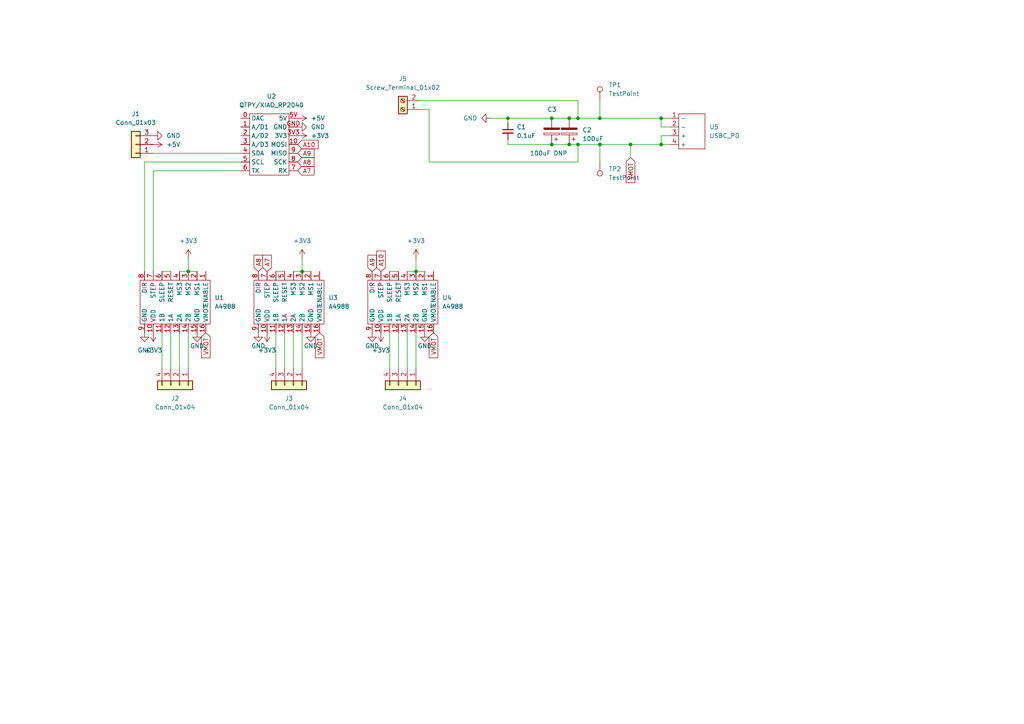
<source format=kicad_sch>
(kicad_sch (version 20211123) (generator eeschema)
  (paper "A4")
  (lib_symbols
    (symbol "Connector:Screw_Terminal_01x02" (pin_names (offset 1.016) hide)
      (property "Reference" "J" (at 0 2.54 0))
      (property "Value" "Screw_Terminal_01x02" (at 0 -5.08 0))
      (symbol "Screw_Terminal_01x02_1_1"
        (rectangle (start -1.27 1.27) (end 1.27 -3.81) (stroke (width 0.254)) (fill (type background)))
        (circle (center 0 -2.54) (radius 0.635) (stroke (width 0.1524)))
        (polyline (pts (xy -0.5334 -2.2098) (xy 0.3302 -3.048)) (stroke (width 0.1524)))
        (polyline (pts (xy -0.5334 0.3302) (xy 0.3302 -0.508)) (stroke (width 0.1524)))
        (polyline (pts (xy -0.3556 -2.032) (xy 0.508 -2.8702)) (stroke (width 0.1524)))
        (polyline (pts (xy -0.3556 0.508) (xy 0.508 -0.3302)) (stroke (width 0.1524)))
        (circle (center 0 0) (radius 0.635) (stroke (width 0.1524)))
        (pin passive line (at -5.08 0 0) (length 3.81) (name "Pin_1") (number "1"))
        (pin passive line (at -5.08 -2.54 0) (length 3.81) (name "Pin_2") (number "2"))
      )
    )
    (symbol "Connector:TestPoint" (pin_numbers hide) (pin_names (offset 0.762) hide)
      (property "Reference" "TP" (at 0 6.858 0))
      (property "Value" "TestPoint" (at 0 5.08 0))
      (symbol "TestPoint_0_1"
        (circle (center 0 3.302) (radius 0.762))
      )
      (symbol "TestPoint_1_1"
        (pin passive line (at 0 0 90) (length 2.54) (name "1") (number "1"))
      )
    )
    (symbol "Connector_Generic:Conn_01x03" (pin_names (offset 1.016) hide)
      (property "Reference" "J" (at 0 5.08 0))
      (property "Value" "Conn_01x03" (at 0 -5.08 0))
      (symbol "Conn_01x03_1_1"
        (rectangle (start -1.27 -2.413) (end 0 -2.667) (stroke (width 0.1524)))
        (rectangle (start -1.27 0.127) (end 0 -0.127) (stroke (width 0.1524)))
        (rectangle (start -1.27 2.667) (end 0 2.413) (stroke (width 0.1524)))
        (rectangle (start -1.27 3.81) (end 1.27 -3.81) (stroke (width 0.254)) (fill (type background)))
        (pin passive line (at -5.08 2.54 0) (length 3.81) (name "Pin_1") (number "1"))
        (pin passive line (at -5.08 0 0) (length 3.81) (name "Pin_2") (number "2"))
        (pin passive line (at -5.08 -2.54 0) (length 3.81) (name "Pin_3") (number "3"))
      )
    )
    (symbol "Connector_Generic:Conn_01x04" (pin_names (offset 1.016) hide)
      (property "Reference" "J" (at 0 5.08 0))
      (property "Value" "Conn_01x04" (at 0 -7.62 0))
      (symbol "Conn_01x04_1_1"
        (rectangle (start -1.27 -4.953) (end 0 -5.207) (stroke (width 0.1524)))
        (rectangle (start -1.27 -2.413) (end 0 -2.667) (stroke (width 0.1524)))
        (rectangle (start -1.27 0.127) (end 0 -0.127) (stroke (width 0.1524)))
        (rectangle (start -1.27 2.667) (end 0 2.413) (stroke (width 0.1524)))
        (rectangle (start -1.27 3.81) (end 1.27 -6.35) (stroke (width 0.254)) (fill (type background)))
        (pin passive line (at -5.08 2.54 0) (length 3.81) (name "Pin_1") (number "1"))
        (pin passive line (at -5.08 0 0) (length 3.81) (name "Pin_2") (number "2"))
        (pin passive line (at -5.08 -2.54 0) (length 3.81) (name "Pin_3") (number "3"))
        (pin passive line (at -5.08 -5.08 0) (length 3.81) (name "Pin_4") (number "4"))
      )
    )
    (symbol "Device:C_Polarized" (pin_numbers hide) (pin_names (offset 0.254))
      (property "Reference" "C" (at 0.635 2.54 0))
      (property "Value" "C_Polarized" (at 0.635 -2.54 0))
      (symbol "C_Polarized_0_1"
        (rectangle (start -2.286 0.508) (end 2.286 1.016))
        (polyline (pts (xy -1.778 2.286) (xy -0.762 2.286)))
        (polyline (pts (xy -1.27 2.794) (xy -1.27 1.778)))
        (rectangle (start 2.286 -0.508) (end -2.286 -1.016) (fill (type outline)))
      )
      (symbol "C_Polarized_1_1"
        (pin passive line (at 0 3.81 270) (length 2.794) (name "~") (number "1"))
        (pin passive line (at 0 -3.81 90) (length 2.794) (name "~") (number "2"))
      )
    )
    (symbol "Device:C_Small" (pin_numbers hide) (pin_names (offset 0.254) hide)
      (property "Reference" "C" (at 0.254 1.778 0))
      (property "Value" "C_Small" (at 0.254 -2.032 0))
      (symbol "C_Small_0_1"
        (polyline (pts (xy -1.524 -0.508) (xy 1.524 -0.508)) (stroke (width 0.3302)))
        (polyline (pts (xy -1.524 0.508) (xy 1.524 0.508)) (stroke (width 0.3048)))
      )
      (symbol "C_Small_1_1"
        (pin passive line (at 0 2.54 270) (length 2.032) (name "~") (number "1"))
        (pin passive line (at 0 -2.54 90) (length 2.032) (name "~") (number "2"))
      )
    )
    (symbol "haxidraw:A4988"
      (property "Reference" "U" (at 0 2.54 0))
      (property "Value" "A4988" (at 0 0 0))
      (symbol "A4988_0_1"
        (rectangle (start -6.35 -1.27) (end 6.35 -21.59))
      )
      (symbol "A4988_1_1"
        (pin input line (at -8.89 -2.54 0) (length 2.54) (name "ENABLE") (number "1"))
        (pin input line (at 8.89 -17.78 180) (length 2.54) (name "VDD") (number "10"))
        (pin input line (at 8.89 -15.24 180) (length 2.54) (name "1B") (number "11"))
        (pin input line (at 8.89 -12.7 180) (length 2.54) (name "1A") (number "12"))
        (pin input line (at 8.89 -10.16 180) (length 2.54) (name "2A") (number "13"))
        (pin input line (at 8.89 -7.62 180) (length 2.54) (name "2B") (number "14"))
        (pin input line (at 8.89 -5.08 180) (length 2.54) (name "GND") (number "15"))
        (pin input line (at 8.89 -2.54 180) (length 2.54) (name "VMOT") (number "16"))
        (pin input line (at -8.89 -5.08 0) (length 2.54) (name "MS1") (number "2"))
        (pin input line (at -8.89 -7.62 0) (length 2.54) (name "MS2") (number "3"))
        (pin input line (at -8.89 -10.16 0) (length 2.54) (name "MS3") (number "4"))
        (pin input line (at -8.89 -12.7 0) (length 2.54) (name "RESET") (number "5"))
        (pin input line (at -8.89 -15.24 0) (length 2.54) (name "SLEEP") (number "6"))
        (pin input line (at -8.89 -17.78 0) (length 2.54) (name "STEP") (number "7"))
        (pin input line (at -8.89 -20.32 0) (length 2.54) (name "DIR") (number "8"))
        (pin input line (at 8.89 -20.32 180) (length 2.54) (name "GND") (number "9"))
      )
    )
    (symbol "haxidraw:QTPY{slash}XIAO_RP2040"
      (property "Reference" "U" (at 0 2.54 0))
      (property "Value" "QTPY{slash}XIAO_RP2040" (at 0 0 0))
      (symbol "QTPY{slash}XIAO_RP2040_0_1"
        (rectangle (start -6.35 -1.27) (end 5.08 -19.05))
      )
      (symbol "QTPY{slash}XIAO_RP2040_1_1"
        (pin input line (at -8.89 -2.54 0) (length 2.54) (name "DAC") (number "0"))
        (pin input line (at -8.89 -5.08 0) (length 2.54) (name "A/D1") (number "1"))
        (pin input line (at 7.62 -10.16 180) (length 2.54) (name "MOSI") (number "10"))
        (pin input line (at -8.89 -7.62 0) (length 2.54) (name "A/D2") (number "2"))
        (pin input line (at -8.89 -10.16 0) (length 2.54) (name "A/D3") (number "3"))
        (pin input line (at 7.62 -7.62 180) (length 2.54) (name "3V3") (number "3V3"))
        (pin input line (at -8.89 -12.7 0) (length 2.54) (name "SDA") (number "4"))
        (pin input line (at -8.89 -15.24 0) (length 2.54) (name "SCL") (number "5"))
        (pin input line (at 7.62 -2.54 180) (length 2.54) (name "5V") (number "5V"))
        (pin input line (at -8.89 -17.78 0) (length 2.54) (name "TX") (number "6"))
        (pin input line (at 7.62 -17.78 180) (length 2.54) (name "RX") (number "7"))
        (pin input line (at 7.62 -15.24 180) (length 2.54) (name "SCK") (number "8"))
        (pin input line (at 7.62 -12.7 180) (length 2.54) (name "MISO") (number "9"))
        (pin input line (at 7.62 -5.08 180) (length 2.54) (name "GND") (number "GND"))
      )
    )
    (symbol "haxidraw:USBC_PD"
      (property "Reference" "U" (at 0 2.54 0))
      (property "Value" "USBC_PD" (at 0 0 0))
      (symbol "USBC_PD_0_1"
        (rectangle (start -3.81 -1.27) (end 3.81 -11.43))
      )
      (symbol "USBC_PD_1_1"
        (pin input line (at -6.35 -2.54 0) (length 2.54) (name "-") (number "1"))
        (pin input line (at -6.35 -5.08 0) (length 2.54) (name "-") (number "2"))
        (pin input line (at -6.35 -7.62 0) (length 2.54) (name "+") (number "3"))
        (pin input line (at -6.35 -10.16 0) (length 2.54) (name "+") (number "4"))
      )
    )
    (symbol "power:+3V3" (power) (pin_names (offset 0))
      (property "Value" "+3V3" (at 0 3.556 0))
      (symbol "+3V3_0_1"
        (polyline (pts (xy -0.762 1.27) (xy 0 2.54)))
        (polyline (pts (xy 0 0) (xy 0 2.54)))
        (polyline (pts (xy 0 2.54) (xy 0.762 1.27)))
      )
      (symbol "+3V3_1_1"
        (pin power_in line (at 0 0 90) (length 0) hide (name "+3V3") (number "1"))
      )
    )
    (symbol "power:+5V" (power) (pin_names (offset 0))
      (property "Value" "+5V" (at 0 3.556 0))
      (symbol "+5V_0_1"
        (polyline (pts (xy -0.762 1.27) (xy 0 2.54)))
        (polyline (pts (xy 0 0) (xy 0 2.54)))
        (polyline (pts (xy 0 2.54) (xy 0.762 1.27)))
      )
      (symbol "+5V_1_1"
        (pin power_in line (at 0 0 90) (length 0) hide (name "+5V") (number "1"))
      )
    )
    (symbol "power:GND" (power) (pin_names (offset 0))
      (property "Value" "GND" (at 0 -3.81 0))
      (symbol "GND_0_1"
        (polyline (pts (xy 0 0) (xy 0 -1.27) (xy 1.27 -1.27) (xy 0 -2.54) (xy -1.27 -1.27) (xy 0 -1.27)))
      )
      (symbol "GND_1_1"
        (pin power_in line (at 0 0 270) (length 0) hide (name "GND") (number "1"))
      )
    )
  )
  (junction (at 173.99 41.91))
  (junction (at 160.02 34.29))
  (junction (at 87.63 78.74))
  (junction (at 165.1 34.29))
  (junction (at 191.77 41.91))
  (junction (at 191.77 34.29))
  (junction (at 147.32 34.29))
  (junction (at 167.64 34.29))
  (junction (at 165.1 41.91))
  (junction (at 182.88 41.91))
  (junction (at 160.02 41.91))
  (junction (at 173.99 34.29))
  (junction (at 167.64 41.91))
  (junction (at 120.65 78.74))
  (junction (at 54.61 78.74))
  (wire (pts (xy 142.24 34.29) (xy 147.32 34.29)))
  (wire (pts (xy 44.45 49.53) (xy 69.85 49.53)))
  (wire (pts (xy 118.11 96.52) (xy 118.11 106.68)))
  (wire (pts (xy 44.45 78.74) (xy 44.45 49.53)))
  (wire (pts (xy 80.01 96.52) (xy 80.01 106.68)))
  (wire (pts (xy 118.11 78.74) (xy 120.65 78.74)))
  (wire (pts (xy 167.64 34.29) (xy 173.99 34.29)))
  (wire (pts (xy 52.07 96.52) (xy 52.07 106.68)))
  (wire (pts (xy 85.09 78.74) (xy 87.63 78.74)))
  (wire (pts (xy 167.64 46.99) (xy 167.64 41.91)))
  (wire (pts (xy 85.09 96.52) (xy 85.09 106.68)))
  (wire (pts (xy 44.45 44.45) (xy 69.85 44.45)))
  (wire (pts (xy 147.32 41.91) (xy 160.02 41.91)))
  (wire (pts (xy 124.46 31.75) (xy 124.46 46.99)))
  (wire (pts (xy 49.53 96.52) (xy 49.53 106.68)))
  (wire (pts (xy 165.1 34.29) (xy 167.64 34.29)))
  (wire (pts (xy 54.61 74.93) (xy 54.61 78.74)))
  (wire (pts (xy 46.99 96.52) (xy 46.99 106.68)))
  (wire (pts (xy 173.99 41.91) (xy 173.99 46.99)))
  (wire (pts (xy 173.99 34.29) (xy 191.77 34.29)))
  (wire (pts (xy 167.64 34.29) (xy 167.64 29.21)))
  (wire (pts (xy 167.64 41.91) (xy 173.99 41.91)))
  (wire (pts (xy 182.88 41.91) (xy 191.77 41.91)))
  (wire (pts (xy 121.92 29.21) (xy 167.64 29.21)))
  (wire (pts (xy 147.32 34.29) (xy 160.02 34.29)))
  (wire (pts (xy 87.63 78.74) (xy 90.17 78.74)))
  (wire (pts (xy 160.02 41.91) (xy 165.1 41.91)))
  (wire (pts (xy 113.03 96.52) (xy 113.03 106.68)))
  (wire (pts (xy 173.99 41.91) (xy 182.88 41.91)))
  (wire (pts (xy 120.65 74.93) (xy 120.65 78.74)))
  (wire (pts (xy 115.57 96.52) (xy 115.57 106.68)))
  (wire (pts (xy 80.01 78.74) (xy 82.55 78.74)))
  (wire (pts (xy 191.77 34.29) (xy 191.77 36.83)))
  (wire (pts (xy 46.99 78.74) (xy 49.53 78.74)))
  (wire (pts (xy 113.03 78.74) (xy 115.57 78.74)))
  (wire (pts (xy 165.1 41.91) (xy 167.64 41.91)))
  (wire (pts (xy 191.77 39.37) (xy 191.77 41.91)))
  (wire (pts (xy 87.63 96.52) (xy 87.63 106.68)))
  (wire (pts (xy 182.88 41.91) (xy 182.88 45.72)))
  (wire (pts (xy 69.85 46.99) (xy 41.91 46.99)))
  (wire (pts (xy 54.61 78.74) (xy 57.15 78.74)))
  (wire (pts (xy 120.65 96.52) (xy 120.65 106.68)))
  (wire (pts (xy 160.02 34.29) (xy 165.1 34.29)))
  (wire (pts (xy 194.31 34.29) (xy 191.77 34.29)))
  (wire (pts (xy 82.55 96.52) (xy 82.55 106.68)))
  (wire (pts (xy 147.32 41.91) (xy 147.32 40.64)))
  (wire (pts (xy 194.31 39.37) (xy 191.77 39.37)))
  (wire (pts (xy 191.77 41.91) (xy 194.31 41.91)))
  (wire (pts (xy 87.63 74.93) (xy 87.63 78.74)))
  (wire (pts (xy 52.07 78.74) (xy 54.61 78.74)))
  (wire (pts (xy 191.77 36.83) (xy 194.31 36.83)))
  (wire (pts (xy 147.32 34.29) (xy 147.32 35.56)))
  (wire (pts (xy 124.46 31.75) (xy 121.92 31.75)))
  (wire (pts (xy 120.65 78.74) (xy 123.19 78.74)))
  (wire (pts (xy 54.61 96.52) (xy 54.61 106.68)))
  (wire (pts (xy 124.46 46.99) (xy 167.64 46.99)))
  (wire (pts (xy 173.99 29.21) (xy 173.99 34.29)))
  (wire (pts (xy 41.91 46.99) (xy 41.91 78.74)))
  (global_label "A9" (shape input) (at 86.36 44.45 0) (property "Intersheet References" "${INTERSHEET_REFS}" (effects hide)))
  (global_label "A10" (shape input) (at 86.36 41.91 0) (property "Intersheet References" "${INTERSHEET_REFS}" (effects hide)))
  (global_label "A8" (shape input) (at 74.93 78.74 90) (property "Intersheet References" "${INTERSHEET_REFS}" (effects hide)))
  (global_label "VMOT" (shape input) (at 182.88 45.72 270) (property "Intersheet References" "${INTERSHEET_REFS}" (effects hide)))
  (global_label "A8" (shape input) (at 86.36 46.99 0) (property "Intersheet References" "${INTERSHEET_REFS}" (effects hide)))
  (global_label "A9" (shape input) (at 107.95 78.74 90) (property "Intersheet References" "${INTERSHEET_REFS}" (effects hide)))
  (global_label "A7" (shape input) (at 86.36 49.53 0) (property "Intersheet References" "${INTERSHEET_REFS}" (effects hide)))
  (global_label "VMOT" (shape input) (at 125.73 96.52 270) (property "Intersheet References" "${INTERSHEET_REFS}" (effects hide)))
  (global_label "VMOT" (shape input) (at 92.71 96.52 270) (property "Intersheet References" "${INTERSHEET_REFS}" (effects hide)))
  (global_label "A7" (shape input) (at 77.47 78.74 90) (property "Intersheet References" "${INTERSHEET_REFS}" (effects hide)))
  (global_label "A10" (shape input) (at 110.49 78.74 90) (property "Intersheet References" "${INTERSHEET_REFS}" (effects hide)))
  (global_label "VMOT" (shape input) (at 59.69 96.52 270) (property "Intersheet References" "${INTERSHEET_REFS}" (effects hide)))
  (symbol (lib_id "power:+3V3") (at 110.49 96.52 180) (unit 1)
    (property "Reference" "#PWR0107" (effects hide))
    (property "Value" "+3V3" (at 110.49 101.6 0))
  )
  (symbol (lib_id "power:+5V") (at 86.36 34.29 270) (unit 1)
    (property "Reference" "#PWR0110" (effects hide))
    (property "Value" "+5V" (at 90.17 34.2899 90) (effects (justify left)))
  )
  (symbol (lib_id "haxidraw:QTPY{slash}XIAO_RP2040") (at 78.74 31.75 0) (unit 1)
    (property "Reference" "U2" (at 78.74 27.94 0))
    (property "Value" "QTPY/XIAO_RP2040" (at 78.74 30.48 0))
    (property "Footprint" "haxidraw:QTPYXIAORP2040" (effects hide))
  )
  (symbol (lib_id "power:+3V3") (at 86.36 39.37 270) (unit 1)
    (property "Reference" "#PWR0109" (effects hide))
    (property "Value" "+3V3" (at 90.17 39.3699 90) (effects (justify left)))
  )
  (symbol (lib_id "haxidraw:USBC_PD") (at 200.66 31.75 0) (unit 1)
    (property "Reference" "U5" (at 205.74 36.8299 0) (effects (justify left)))
    (property "Value" "USBC_PD" (at 205.74 39.3699 0) (effects (justify left)))
    (property "Footprint" "haxidraw:usbcPD" (effects hide))
  )
  (symbol (lib_id "Connector_Generic:Conn_01x04") (at 118.11 111.76 270) (unit 1)
    (property "Reference" "J4" (at 116.84 115.57 90))
    (property "Value" "Conn_01x04" (at 116.84 118.11 90))
    (property "Footprint" "Connector_PinHeader_2.54mm:PinHeader_1x04_P2.54mm_Vertical" (effects hide))
  )
  (symbol (lib_id "power:GND") (at 44.45 39.37 90) (unit 1)
    (property "Reference" "#PWR0115" (effects hide))
    (property "Value" "GND" (at 48.26 39.3699 90) (effects (justify right)))
  )
  (symbol (lib_id "Connector_Generic:Conn_01x04") (at 52.07 111.76 270) (unit 1)
    (property "Reference" "J2" (at 50.8 115.57 90))
    (property "Value" "Conn_01x04" (at 50.8 118.11 90))
    (property "Footprint" "Connector_PinHeader_2.54mm:PinHeader_1x04_P2.54mm_Vertical" (effects hide))
  )
  (symbol (lib_id "power:GND") (at 123.19 96.52 0) (unit 1)
    (property "Reference" "#PWR0108" (effects hide))
    (property "Value" "GND" (at 123.19 100.33 0))
  )
  (symbol (lib_id "Connector_Generic:Conn_01x04") (at 85.09 111.76 270) (unit 1)
    (property "Reference" "J3" (at 83.82 115.57 90))
    (property "Value" "Conn_01x04" (at 83.82 118.11 90))
    (property "Footprint" "Connector_PinHeader_2.54mm:PinHeader_1x04_P2.54mm_Vertical" (effects hide))
  )
  (symbol (lib_id "haxidraw:A4988") (at 95.25 87.63 270) (unit 1)
    (property "Reference" "U3" (at 95.25 86.3599 90) (effects (justify left)))
    (property "Value" "A4988" (at 95.25 88.8999 90) (effects (justify left)))
    (property "Footprint" "haxidraw:A4988" (effects hide))
  )
  (symbol (lib_id "power:GND") (at 41.91 96.52 0) (unit 1)
    (property "Reference" "#PWR0114" (effects hide))
    (property "Value" "GND" (at 41.91 101.6 0))
  )
  (symbol (lib_id "power:+3V3") (at 44.45 96.52 180) (unit 1)
    (property "Reference" "#PWR0113" (effects hide))
    (property "Value" "+3V3" (at 44.45 101.6 0))
  )
  (symbol (lib_id "power:+5V") (at 44.45 41.91 270) (unit 1)
    (property "Reference" "#PWR0116" (effects hide))
    (property "Value" "+5V" (at 48.26 41.9099 90) (effects (justify left)))
  )
  (symbol (lib_id "Connector:TestPoint") (at 173.99 46.99 180) (unit 1)
    (property "Reference" "TP2" (at 176.53 49.0219 0) (effects (justify right)))
    (property "Value" "TestPoint" (at 176.53 51.5619 0) (effects (justify right)))
    (property "Footprint" "TestPoint:TestPoint_Keystone_5000-5004_Miniature" (effects hide))
  )
  (symbol (lib_id "Device:C_Small") (at 147.32 38.1 0) (unit 1)
    (property "Reference" "C1" (at 149.86 36.8362 0) (effects (justify left)))
    (property "Value" "0.1uF" (at 149.86 39.3762 0) (effects (justify left)))
    (property "Footprint" "Capacitor_SMD:C_1206_3216Metric_Pad1.33x1.80mm_HandSolder" (effects hide))
  )
  (symbol (lib_id "haxidraw:A4988") (at 128.27 87.63 270) (unit 1)
    (property "Reference" "U4" (at 128.27 86.3599 90) (effects (justify left)))
    (property "Value" "A4988" (at 128.27 88.8999 90) (effects (justify left)))
    (property "Footprint" "haxidraw:A4988" (effects hide))
  )
  (symbol (lib_id "power:GND") (at 74.93 96.52 0) (unit 1)
    (property "Reference" "#PWR0118" (effects hide))
    (property "Value" "GND" (at 74.93 100.33 0))
  )
  (symbol (lib_id "Device:C_Polarized") (at 160.02 38.1 180) (unit 1)
    (property "Reference" "C3" (at 158.75 31.75 0) (effects (justify right)))
    (property "Value" "100uF DNP" (at 153.67 44.45 0) (effects (justify right)))
    (property "Footprint" "Capacitor_THT:CP_Radial_D6.3mm_P2.50mm" (effects hide))
  )
  (symbol (lib_id "power:GND") (at 142.24 34.29 270) (unit 1)
    (property "Reference" "#PWR0101" (effects hide))
    (property "Value" "GND" (at 138.43 34.2899 90) (effects (justify right)))
  )
  (symbol (lib_id "power:+3V3") (at 77.47 96.52 180) (unit 1)
    (property "Reference" "#PWR0104" (effects hide))
    (property "Value" "+3V3" (at 77.47 101.6 0))
  )
  (symbol (lib_id "power:+3V3") (at 120.65 74.93 0) (unit 1)
    (property "Reference" "#PWR0102" (effects hide))
    (property "Value" "+3V3" (at 120.65 69.85 0))
  )
  (symbol (lib_id "power:GND") (at 107.95 96.52 0) (unit 1)
    (property "Reference" "#PWR0106" (effects hide))
    (property "Value" "GND" (at 107.95 100.33 0))
  )
  (symbol (lib_id "power:GND") (at 57.15 96.52 0) (unit 1)
    (property "Reference" "#PWR0117" (effects hide))
    (property "Value" "GND" (at 57.15 100.33 0))
  )
  (symbol (lib_id "power:GND") (at 86.36 36.83 90) (unit 1)
    (property "Reference" "#PWR0111" (effects hide))
    (property "Value" "GND" (at 90.17 36.8299 90) (effects (justify right)))
  )
  (symbol (lib_id "power:+3V3") (at 87.63 74.93 0) (unit 1)
    (property "Reference" "#PWR0105" (effects hide))
    (property "Value" "+3V3" (at 87.63 69.85 0))
  )
  (symbol (lib_id "haxidraw:A4988") (at 62.23 87.63 270) (unit 1)
    (property "Reference" "U1" (at 62.23 86.3599 90) (effects (justify left)))
    (property "Value" "A4988" (at 62.23 88.8999 90) (effects (justify left)))
    (property "Footprint" "haxidraw:A4988" (effects hide))
  )
  (symbol (lib_id "Connector_Generic:Conn_01x03") (at 39.37 41.91 180) (unit 1)
    (property "Reference" "J1" (at 39.37 33.02 0))
    (property "Value" "Conn_01x03" (at 39.37 35.56 0))
    (property "Footprint" "Connector_PinHeader_2.54mm:PinHeader_1x03_P2.54mm_Vertical" (effects hide))
  )
  (symbol (lib_id "Connector:TestPoint") (at 173.99 29.21 0) (unit 1)
    (property "Reference" "TP1" (at 176.53 24.6379 0) (effects (justify left)))
    (property "Value" "TestPoint" (at 176.53 27.1779 0) (effects (justify left)))
    (property "Footprint" "TestPoint:TestPoint_Keystone_5000-5004_Miniature" (effects hide))
  )
  (symbol (lib_id "power:GND") (at 90.17 96.52 0) (unit 1)
    (property "Reference" "#PWR0103" (effects hide))
    (property "Value" "GND" (at 90.17 100.33 0))
  )
  (symbol (lib_id "Device:C_Polarized") (at 165.1 38.1 180) (unit 1)
    (property "Reference" "C2" (at 168.91 37.7189 0) (effects (justify right)))
    (property "Value" "100uF" (at 168.91 40.2589 0) (effects (justify right)))
    (property "Footprint" "Capacitor_SMD:CP_Elec_8x10.5" (effects hide))
  )
  (symbol (lib_id "Connector:Screw_Terminal_01x02") (at 116.84 31.75 180) (unit 1)
    (property "Reference" "J5" (at 116.84 22.86 0))
    (property "Value" "Screw_Terminal_01x02" (at 116.84 25.4 0))
    (property "Footprint" "TerminalBlock:TerminalBlock_bornier-2_P5.08mm" (effects hide))
  )
  (symbol (lib_id "power:+3V3") (at 54.61 74.93 0) (unit 1)
    (property "Reference" "#PWR0112" (effects hide))
    (property "Value" "+3V3" (at 54.61 69.85 0))
  )
)
</source>
